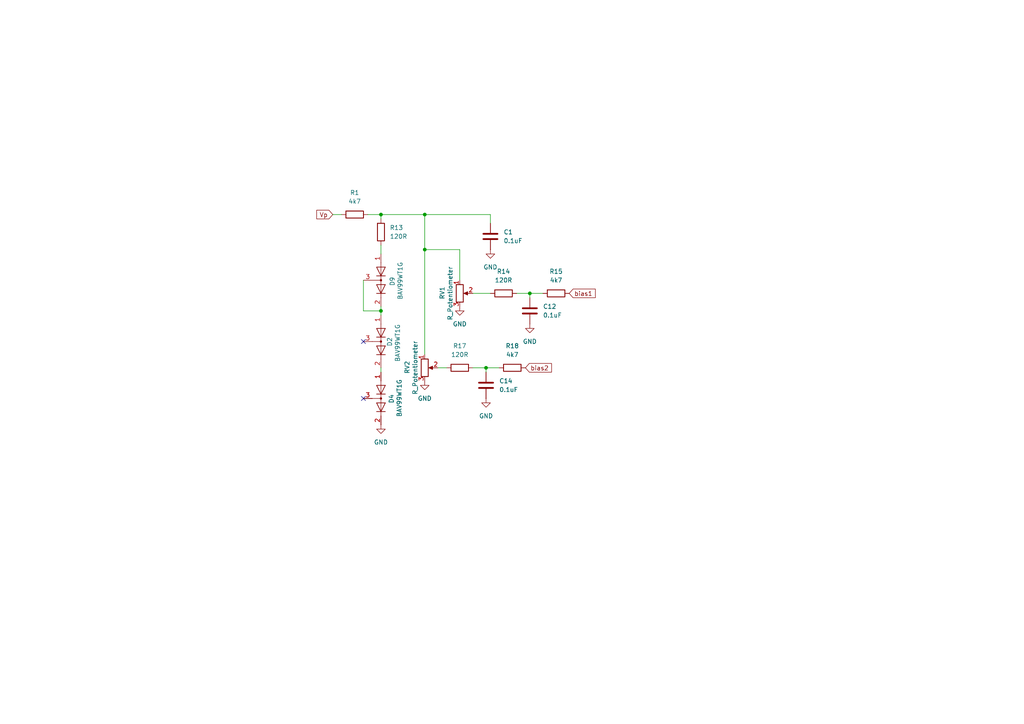
<source format=kicad_sch>
(kicad_sch (version 20231120) (generator "eeschema") (generator_version "8.0")
  (paper "A4")
  (lib_symbols
    (symbol "Device:C" (pin_numbers hide) (pin_names (offset 0.254))
      (property "Reference" "C" (at 0.635 2.54 0))
      (property "Value" "C" (at 0.635 -2.54 0))
      (symbol "C_0_1"
        (polyline (pts (xy -2.032 -0.762) (xy 2.032 -0.762)) (stroke (width 0.508)))
        (polyline (pts (xy -2.032 0.762) (xy 2.032 0.762)) (stroke (width 0.508)))
      )
      (symbol "C_1_1"
        (pin passive line (at 0 3.81 270) (length 2.794) (name "~") (number "1"))
        (pin passive line (at 0 -3.81 90) (length 2.794) (name "~") (number "2"))
      )
    )
    (symbol "Device:R" (pin_numbers hide) (pin_names (offset 0))
      (property "Reference" "R" (at 2.032 0 90))
      (property "Value" "R" (at 0 0 90))
      (symbol "R_0_1"
        (rectangle (start -1.016 -2.54) (end 1.016 2.54) (stroke (width 0.254)))
      )
      (symbol "R_1_1"
        (pin passive line (at 0 3.81 270) (length 1.27) (name "~") (number "1"))
        (pin passive line (at 0 -3.81 90) (length 1.27) (name "~") (number "2"))
      )
    )
    (symbol "Device:R_Potentiometer" (pin_names (offset 1.016) hide)
      (property "Reference" "RV" (at -4.445 0 90))
      (property "Value" "R_Potentiometer" (at -2.54 0 90))
      (symbol "R_Potentiometer_0_1"
        (polyline (pts (xy 2.54 0) (xy 1.524 0)))
        (polyline (pts (xy 1.143 0) (xy 2.286 0.508) (xy 2.286 -0.508) (xy 1.143 0)) (fill (type outline)))
        (rectangle (start 1.016 2.54) (end -1.016 -2.54) (stroke (width 0.254)))
      )
      (symbol "R_Potentiometer_1_1"
        (pin passive line (at 0 3.81 270) (length 1.27) (name "1") (number "1"))
        (pin passive line (at 3.81 0 180) (length 1.27) (name "2") (number "2"))
        (pin passive line (at 0 -3.81 90) (length 1.27) (name "3") (number "3"))
      )
    )
    (symbol "Diode:BAV99" (pin_names hide)
      (property "Reference" "D" (at 0 5.08 0))
      (property "Value" "BAV99" (at 0 2.54 0))
      (symbol "BAV99_0_1"
        (polyline (pts (xy -5.08 0) (xy 5.08 0)))
      )
      (symbol "BAV99_1_1"
        (polyline (pts (xy 0 0) (xy 0 -2.54)))
        (polyline (pts (xy -1.27 -1.27) (xy -1.27 1.27) (xy -1.27 1.27)) (stroke (width 0.2032)))
        (polyline (pts (xy 3.81 1.27) (xy 3.81 -1.27) (xy 3.81 -1.27)) (stroke (width 0.2032)))
        (polyline (pts (xy -3.81 1.27) (xy -1.27 0) (xy -3.81 -1.27) (xy -3.81 1.27) (xy -3.81 1.27) (xy -3.81 1.27)) (stroke (width 0.2032)))
        (polyline (pts (xy 1.27 1.27) (xy 3.81 0) (xy 1.27 -1.27) (xy 1.27 1.27) (xy 1.27 1.27) (xy 1.27 1.27)) (stroke (width 0.2032)))
        (circle (center 0 0) (radius 0.254) (fill (type outline)))
        (pin passive line (at -7.62 0 0) (length 2.54) (name "K") (number "1"))
        (pin passive line (at 7.62 0 180) (length 2.54) (name "A") (number "2"))
        (pin passive line (at 0 -5.08 90) (length 2.54) (name "K") (number "3"))
      )
    )
    (symbol "power:GND" (power) (pin_numbers hide) (pin_names (offset 0) hide)
      (property "Value" "GND" (at 0 -3.81 0))
      (symbol "GND_0_1"
        (polyline (pts (xy 0 0) (xy 0 -1.27) (xy 1.27 -1.27) (xy 0 -2.54) (xy -1.27 -1.27) (xy 0 -1.27)))
      )
      (symbol "GND_1_1"
        (pin power_in line (at 0 0 270) (length 0) (name "~") (number "1"))
      )
    )
  )
  (junction (at 123.19 62.23))
  (junction (at 110.49 90.17))
  (junction (at 153.67 85.09))
  (junction (at 110.49 62.23))
  (junction (at 123.19 72.39))
  (junction (at 140.97 106.68))
  (no_connect (at 105.41 99.06))
  (no_connect (at 105.41 115.57))
  (wire (pts (xy 142.24 64.77) (xy 142.24 62.23)))
  (wire (pts (xy 140.97 106.68) (xy 140.97 107.95)))
  (wire (pts (xy 153.67 86.36) (xy 153.67 85.09)))
  (wire (pts (xy 123.19 62.23) (xy 142.24 62.23)))
  (wire (pts (xy 123.19 72.39) (xy 123.19 102.87)))
  (wire (pts (xy 110.49 62.23) (xy 110.49 63.5)))
  (wire (pts (xy 133.35 81.28) (xy 133.35 72.39)))
  (wire (pts (xy 110.49 62.23) (xy 123.19 62.23)))
  (wire (pts (xy 127 106.68) (xy 129.54 106.68)))
  (wire (pts (xy 137.16 85.09) (xy 142.24 85.09)))
  (wire (pts (xy 110.49 71.12) (xy 110.49 73.66)))
  (wire (pts (xy 106.68 62.23) (xy 110.49 62.23)))
  (wire (pts (xy 96.52 62.23) (xy 99.06 62.23)))
  (wire (pts (xy 110.49 106.68) (xy 110.49 107.95)))
  (wire (pts (xy 149.86 85.09) (xy 153.67 85.09)))
  (wire (pts (xy 105.41 81.28) (xy 105.41 90.17)))
  (wire (pts (xy 123.19 72.39) (xy 133.35 72.39)))
  (wire (pts (xy 140.97 106.68) (xy 144.78 106.68)))
  (wire (pts (xy 110.49 90.17) (xy 110.49 91.44)))
  (wire (pts (xy 105.41 90.17) (xy 110.49 90.17)))
  (wire (pts (xy 123.19 62.23) (xy 123.19 72.39)))
  (wire (pts (xy 110.49 88.9) (xy 110.49 90.17)))
  (wire (pts (xy 153.67 85.09) (xy 157.48 85.09)))
  (wire (pts (xy 137.16 106.68) (xy 140.97 106.68)))
  (global_label "bias1" (shape input) (at 165.1 85.09 0) (property "Intersheetrefs" "${INTERSHEET_REFS}" (effects (hide yes))))
  (global_label "bias2" (shape input) (at 152.4 106.68 0) (property "Intersheetrefs" "${INTERSHEET_REFS}" (effects (hide yes))))
  (global_label "Vp" (shape input) (at 96.52 62.23 180) (property "Intersheetrefs" "${INTERSHEET_REFS}" (effects (hide yes))))
  (symbol (lib_id "power:GND") (at 140.97 115.57 0) (unit 1)
    (property "Reference" "#PWR013" (effects (hide yes)))
    (property "Value" "GND" (at 140.97 120.65 0))
    (property "Description" "Power symbol creates a global label with name \"GND\" , ground" (effects (hide yes)))
  )
  (symbol (lib_id "Device:R") (at 133.35 106.68 270) (unit 1)
    (property "Reference" "R17" (at 133.35 100.33 90))
    (property "Value" "120R" (at 133.35 102.87 90))
    (property "Footprint" "Resistor_SMD:R_0603_1608Metric_Pad0.98x0.95mm_HandSolder" (effects (hide yes)))
    (property "Description" "Resistor" (effects (hide yes)))
  )
  (symbol (lib_id "Device:R_Potentiometer") (at 123.19 106.68 0) (unit 1)
    (property "Reference" "RV2" (at 118.11 104.648 90) (effects (justify right)))
    (property "Value" "R_Potentiometer" (at 120.396 98.806 90) (effects (justify right)))
    (property "Footprint" "Library:PVG3A" (effects (hide yes)))
    (property "Description" "Potentiometer" (effects (hide yes)))
  )
  (symbol (lib_id "Device:C") (at 142.24 68.58 0) (unit 1)
    (property "Reference" "C1" (at 146.05 67.3099 0) (effects (justify left)))
    (property "Value" "0.1uF" (at 146.05 69.8499 0) (effects (justify left)))
    (property "Footprint" "Capacitor_SMD:C_0603_1608Metric_Pad1.08x0.95mm_HandSolder" (effects (hide yes)))
    (property "Description" "Unpolarized capacitor" (effects (hide yes)))
  )
  (symbol (lib_id "power:GND") (at 110.49 123.19 0) (unit 1)
    (property "Reference" "#PWR010" (effects (hide yes)))
    (property "Value" "GND" (at 110.49 128.27 0))
    (property "Description" "Power symbol creates a global label with name \"GND\" , ground" (effects (hide yes)))
  )
  (symbol (lib_id "Device:R") (at 110.49 67.31 0) (unit 1)
    (property "Reference" "R13" (at 113.03 66.0399 0) (effects (justify left)))
    (property "Value" "120R" (at 113.03 68.5799 0) (effects (justify left)))
    (property "Footprint" "Resistor_SMD:R_0603_1608Metric_Pad0.98x0.95mm_HandSolder" (effects (hide yes)))
    (property "Description" "Resistor" (effects (hide yes)))
  )
  (symbol (lib_id "power:GND") (at 153.67 93.98 0) (unit 1)
    (property "Reference" "#PWR015" (effects (hide yes)))
    (property "Value" "GND" (at 153.67 99.06 0))
    (property "Description" "Power symbol creates a global label with name \"GND\" , ground" (effects (hide yes)))
  )
  (symbol (lib_id "power:GND") (at 133.35 88.9 0) (unit 1)
    (property "Reference" "#PWR012" (effects (hide yes)))
    (property "Value" "GND" (at 133.35 93.98 0))
    (property "Description" "Power symbol creates a global label with name \"GND\" , ground" (effects (hide yes)))
  )
  (symbol (lib_id "Device:R") (at 146.05 85.09 270) (unit 1)
    (property "Reference" "R14" (at 146.05 78.74 90))
    (property "Value" "120R" (at 146.05 81.28 90))
    (property "Footprint" "Resistor_SMD:R_0603_1608Metric_Pad0.98x0.95mm_HandSolder" (effects (hide yes)))
    (property "Description" "Resistor" (effects (hide yes)))
  )
  (symbol (lib_id "Diode:BAV99") (at 110.49 115.57 270) (unit 1)
    (property "Reference" "D4" (at 113.538 114.3 0) (effects (justify left)))
    (property "Value" "BAV99WT1G" (at 115.824 109.982 0) (effects (justify left)))
    (property "Footprint" "Package_TO_SOT_SMD:SOT-323_SC-70" (effects (hide yes)))
    (property "Datasheet" "https://assets.nexperia.com/documents/data-sheet/BAV99_SER.pdf" (effects (hide yes)))
    (property "Description" "BAV99 High-speed switching diodes, SOT-23" (effects (hide yes)))
  )
  (symbol (lib_id "Device:R") (at 148.59 106.68 270) (unit 1)
    (property "Reference" "R18" (at 148.59 100.33 90))
    (property "Value" "4k7" (at 148.59 102.87 90))
    (property "Footprint" "Resistor_SMD:R_0603_1608Metric_Pad0.98x0.95mm_HandSolder" (effects (hide yes)))
    (property "Description" "Resistor" (effects (hide yes)))
  )
  (symbol (lib_id "power:GND") (at 123.19 110.49 0) (unit 1)
    (property "Reference" "#PWR011" (effects (hide yes)))
    (property "Value" "GND" (at 123.19 115.57 0))
    (property "Description" "Power symbol creates a global label with name \"GND\" , ground" (effects (hide yes)))
  )
  (symbol (lib_id "Diode:BAV99") (at 110.49 99.06 270) (unit 1)
    (property "Reference" "D2" (at 113.03 97.7899 0) (effects (justify left)))
    (property "Value" "BAV99WT1G" (at 115.316 93.98 0) (effects (justify left)))
    (property "Footprint" "Package_TO_SOT_SMD:SOT-323_SC-70" (effects (hide yes)))
    (property "Datasheet" "https://assets.nexperia.com/documents/data-sheet/BAV99_SER.pdf" (effects (hide yes)))
    (property "Description" "BAV99 High-speed switching diodes, SOT-23" (effects (hide yes)))
  )
  (symbol (lib_id "Device:C") (at 140.97 111.76 0) (unit 1)
    (property "Reference" "C14" (at 144.78 110.4899 0) (effects (justify left)))
    (property "Value" "0.1uF" (at 144.78 113.0299 0) (effects (justify left)))
    (property "Footprint" "Capacitor_SMD:C_0603_1608Metric_Pad1.08x0.95mm_HandSolder" (effects (hide yes)))
    (property "Description" "Unpolarized capacitor" (effects (hide yes)))
  )
  (symbol (lib_id "Device:C") (at 153.67 90.17 0) (unit 1)
    (property "Reference" "C12" (at 157.48 88.8999 0) (effects (justify left)))
    (property "Value" "0.1uF" (at 157.48 91.4399 0) (effects (justify left)))
    (property "Footprint" "Capacitor_SMD:C_0603_1608Metric_Pad1.08x0.95mm_HandSolder" (effects (hide yes)))
    (property "Description" "Unpolarized capacitor" (effects (hide yes)))
  )
  (symbol (lib_id "Device:R") (at 102.87 62.23 270) (unit 1)
    (property "Reference" "R1" (at 102.87 55.88 90))
    (property "Value" "4k7" (at 102.87 58.42 90))
    (property "Footprint" "Resistor_SMD:R_0603_1608Metric_Pad0.98x0.95mm_HandSolder" (effects (hide yes)))
    (property "Description" "Resistor" (effects (hide yes)))
  )
  (symbol (lib_id "Device:R") (at 161.29 85.09 270) (unit 1)
    (property "Reference" "R15" (at 161.29 78.74 90))
    (property "Value" "4k7" (at 161.29 81.28 90))
    (property "Footprint" "Resistor_SMD:R_0603_1608Metric_Pad0.98x0.95mm_HandSolder" (effects (hide yes)))
    (property "Description" "Resistor" (effects (hide yes)))
  )
  (symbol (lib_id "power:GND") (at 142.24 72.39 0) (unit 1)
    (property "Reference" "#PWR014" (effects (hide yes)))
    (property "Value" "GND" (at 142.24 77.47 0))
    (property "Description" "Power symbol creates a global label with name \"GND\" , ground" (effects (hide yes)))
  )
  (symbol (lib_id "Diode:BAV99") (at 110.49 81.28 270) (unit 1)
    (property "Reference" "D9" (at 113.792 80.264 0) (effects (justify left)))
    (property "Value" "BAV99WT1G" (at 116.078 75.946 0) (effects (justify left)))
    (property "Footprint" "Package_TO_SOT_SMD:SOT-323_SC-70" (effects (hide yes)))
    (property "Datasheet" "https://assets.nexperia.com/documents/data-sheet/BAV99_SER.pdf" (effects (hide yes)))
    (property "Description" "BAV99 High-speed switching diodes, SOT-23" (effects (hide yes)))
  )
  (symbol (lib_id "Device:R_Potentiometer") (at 133.35 85.09 0) (unit 1)
    (property "Reference" "RV1" (at 128.27 83.058 90) (effects (justify right)))
    (property "Value" "R_Potentiometer" (at 130.556 77.216 90) (effects (justify right)))
    (property "Footprint" "Library:PVG3A" (effects (hide yes)))
    (property "Description" "Potentiometer" (effects (hide yes)))
  )
)
</source>
